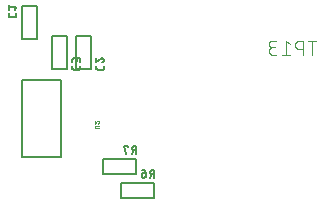
<source format=gbr>
G04 EAGLE Gerber X2 export*
%TF.Part,Single*%
%TF.FileFunction,Legend,Bot,1*%
%TF.FilePolarity,Positive*%
%TF.GenerationSoftware,Autodesk,EAGLE,8.7.0*%
%TF.CreationDate,2021-03-05T05:11:20Z*%
G75*
%MOMM*%
%FSLAX34Y34*%
%LPD*%
%AMOC8*
5,1,8,0,0,1.08239X$1,22.5*%
G01*
%ADD10C,0.203200*%
%ADD11C,0.152400*%
%ADD12C,0.025400*%
%ADD13C,0.101600*%


D10*
X85090Y232410D02*
X85090Y204470D01*
X97790Y204470D01*
X97790Y232410D01*
X85090Y232410D01*
D11*
X73914Y226053D02*
X73914Y224585D01*
X73916Y224511D01*
X73922Y224436D01*
X73931Y224363D01*
X73944Y224289D01*
X73961Y224217D01*
X73981Y224146D01*
X74005Y224075D01*
X74033Y224006D01*
X74064Y223939D01*
X74098Y223873D01*
X74136Y223808D01*
X74177Y223746D01*
X74221Y223686D01*
X74268Y223629D01*
X74318Y223574D01*
X74371Y223521D01*
X74426Y223471D01*
X74483Y223424D01*
X74543Y223380D01*
X74605Y223339D01*
X74670Y223301D01*
X74736Y223267D01*
X74803Y223236D01*
X74872Y223208D01*
X74943Y223184D01*
X75014Y223164D01*
X75086Y223147D01*
X75160Y223134D01*
X75233Y223125D01*
X75308Y223119D01*
X75382Y223117D01*
X75382Y223118D02*
X79050Y223118D01*
X79050Y223117D02*
X79124Y223119D01*
X79199Y223125D01*
X79272Y223134D01*
X79346Y223147D01*
X79418Y223164D01*
X79489Y223184D01*
X79560Y223208D01*
X79629Y223236D01*
X79696Y223267D01*
X79762Y223301D01*
X79827Y223339D01*
X79889Y223380D01*
X79949Y223424D01*
X80006Y223471D01*
X80061Y223521D01*
X80114Y223574D01*
X80164Y223629D01*
X80211Y223686D01*
X80255Y223746D01*
X80296Y223808D01*
X80334Y223873D01*
X80368Y223938D01*
X80399Y224006D01*
X80427Y224075D01*
X80451Y224146D01*
X80471Y224217D01*
X80488Y224289D01*
X80501Y224363D01*
X80510Y224436D01*
X80516Y224511D01*
X80518Y224585D01*
X80518Y226053D01*
X79050Y229249D02*
X80518Y231084D01*
X73914Y231084D01*
X73914Y232918D02*
X73914Y229249D01*
D10*
X143510Y207010D02*
X143510Y179070D01*
X143510Y207010D02*
X130810Y207010D01*
X130810Y179070D01*
X143510Y179070D01*
D11*
X148082Y180030D02*
X148082Y181497D01*
X148082Y180030D02*
X148084Y179956D01*
X148090Y179881D01*
X148099Y179808D01*
X148112Y179734D01*
X148129Y179662D01*
X148149Y179591D01*
X148173Y179520D01*
X148201Y179451D01*
X148232Y179384D01*
X148266Y179318D01*
X148304Y179253D01*
X148345Y179191D01*
X148389Y179131D01*
X148436Y179074D01*
X148486Y179019D01*
X148539Y178966D01*
X148594Y178916D01*
X148651Y178869D01*
X148711Y178825D01*
X148773Y178784D01*
X148838Y178746D01*
X148904Y178712D01*
X148971Y178681D01*
X149040Y178653D01*
X149111Y178629D01*
X149182Y178609D01*
X149254Y178592D01*
X149328Y178579D01*
X149401Y178570D01*
X149476Y178564D01*
X149550Y178562D01*
X153218Y178562D01*
X153292Y178564D01*
X153367Y178570D01*
X153440Y178579D01*
X153514Y178592D01*
X153586Y178609D01*
X153657Y178629D01*
X153728Y178653D01*
X153797Y178681D01*
X153864Y178712D01*
X153930Y178746D01*
X153995Y178784D01*
X154057Y178825D01*
X154117Y178869D01*
X154174Y178916D01*
X154229Y178966D01*
X154282Y179019D01*
X154332Y179074D01*
X154379Y179131D01*
X154423Y179191D01*
X154464Y179253D01*
X154502Y179318D01*
X154536Y179383D01*
X154567Y179451D01*
X154595Y179520D01*
X154619Y179591D01*
X154639Y179662D01*
X154656Y179734D01*
X154669Y179808D01*
X154678Y179881D01*
X154684Y179956D01*
X154686Y180030D01*
X154686Y181497D01*
X154686Y186711D02*
X154684Y186790D01*
X154679Y186868D01*
X154669Y186946D01*
X154656Y187023D01*
X154639Y187100D01*
X154619Y187176D01*
X154595Y187251D01*
X154568Y187325D01*
X154537Y187397D01*
X154502Y187468D01*
X154465Y187537D01*
X154424Y187604D01*
X154380Y187669D01*
X154333Y187732D01*
X154283Y187792D01*
X154230Y187850D01*
X154174Y187906D01*
X154116Y187959D01*
X154056Y188009D01*
X153993Y188056D01*
X153928Y188100D01*
X153861Y188141D01*
X153792Y188178D01*
X153721Y188213D01*
X153649Y188244D01*
X153575Y188271D01*
X153500Y188295D01*
X153424Y188315D01*
X153347Y188332D01*
X153270Y188345D01*
X153192Y188355D01*
X153114Y188360D01*
X153035Y188362D01*
X154686Y186711D02*
X154684Y186622D01*
X154679Y186533D01*
X154669Y186445D01*
X154656Y186357D01*
X154640Y186270D01*
X154619Y186183D01*
X154595Y186098D01*
X154568Y186013D01*
X154537Y185930D01*
X154502Y185848D01*
X154464Y185767D01*
X154423Y185688D01*
X154379Y185612D01*
X154331Y185536D01*
X154280Y185463D01*
X154227Y185393D01*
X154170Y185324D01*
X154110Y185258D01*
X154048Y185195D01*
X153983Y185134D01*
X153916Y185076D01*
X153846Y185021D01*
X153774Y184968D01*
X153700Y184919D01*
X153624Y184873D01*
X153546Y184831D01*
X153466Y184791D01*
X153385Y184755D01*
X153302Y184722D01*
X153218Y184693D01*
X151751Y187812D02*
X151807Y187868D01*
X151866Y187922D01*
X151927Y187973D01*
X151991Y188022D01*
X152056Y188067D01*
X152124Y188110D01*
X152193Y188149D01*
X152264Y188186D01*
X152337Y188219D01*
X152411Y188248D01*
X152486Y188275D01*
X152562Y188298D01*
X152640Y188317D01*
X152718Y188333D01*
X152796Y188346D01*
X152876Y188355D01*
X152955Y188360D01*
X153035Y188362D01*
X151751Y187812D02*
X148082Y184694D01*
X148082Y188362D01*
D10*
X123190Y179070D02*
X123190Y207010D01*
X110490Y207010D01*
X110490Y179070D01*
X123190Y179070D01*
D11*
X127762Y180030D02*
X127762Y181497D01*
X127762Y180030D02*
X127764Y179956D01*
X127770Y179881D01*
X127779Y179808D01*
X127792Y179734D01*
X127809Y179662D01*
X127829Y179591D01*
X127853Y179520D01*
X127881Y179451D01*
X127912Y179384D01*
X127946Y179318D01*
X127984Y179253D01*
X128025Y179191D01*
X128069Y179131D01*
X128116Y179074D01*
X128166Y179019D01*
X128219Y178966D01*
X128274Y178916D01*
X128331Y178869D01*
X128391Y178825D01*
X128453Y178784D01*
X128518Y178746D01*
X128584Y178712D01*
X128651Y178681D01*
X128720Y178653D01*
X128791Y178629D01*
X128862Y178609D01*
X128934Y178592D01*
X129008Y178579D01*
X129081Y178570D01*
X129156Y178564D01*
X129230Y178562D01*
X132898Y178562D01*
X132972Y178564D01*
X133047Y178570D01*
X133120Y178579D01*
X133194Y178592D01*
X133266Y178609D01*
X133337Y178629D01*
X133408Y178653D01*
X133477Y178681D01*
X133544Y178712D01*
X133610Y178746D01*
X133675Y178784D01*
X133737Y178825D01*
X133797Y178869D01*
X133854Y178916D01*
X133909Y178966D01*
X133962Y179019D01*
X134012Y179074D01*
X134059Y179131D01*
X134103Y179191D01*
X134144Y179253D01*
X134182Y179318D01*
X134216Y179383D01*
X134247Y179451D01*
X134275Y179520D01*
X134299Y179591D01*
X134319Y179662D01*
X134336Y179734D01*
X134349Y179808D01*
X134358Y179881D01*
X134364Y179956D01*
X134366Y180030D01*
X134366Y181497D01*
X127762Y184694D02*
X127762Y186528D01*
X127764Y186613D01*
X127770Y186697D01*
X127780Y186781D01*
X127793Y186865D01*
X127811Y186948D01*
X127832Y187030D01*
X127857Y187111D01*
X127886Y187191D01*
X127918Y187269D01*
X127954Y187345D01*
X127994Y187420D01*
X128037Y187493D01*
X128083Y187564D01*
X128132Y187633D01*
X128185Y187700D01*
X128241Y187764D01*
X128299Y187825D01*
X128360Y187883D01*
X128424Y187939D01*
X128491Y187992D01*
X128560Y188041D01*
X128631Y188087D01*
X128704Y188130D01*
X128779Y188170D01*
X128855Y188206D01*
X128933Y188238D01*
X129013Y188267D01*
X129094Y188292D01*
X129176Y188313D01*
X129259Y188331D01*
X129343Y188344D01*
X129427Y188354D01*
X129511Y188360D01*
X129596Y188362D01*
X129681Y188360D01*
X129765Y188354D01*
X129849Y188344D01*
X129933Y188331D01*
X130016Y188313D01*
X130098Y188292D01*
X130179Y188267D01*
X130259Y188238D01*
X130337Y188206D01*
X130413Y188170D01*
X130488Y188130D01*
X130561Y188087D01*
X130632Y188041D01*
X130701Y187992D01*
X130768Y187939D01*
X130832Y187883D01*
X130893Y187825D01*
X130951Y187764D01*
X131007Y187700D01*
X131060Y187633D01*
X131109Y187564D01*
X131155Y187493D01*
X131198Y187420D01*
X131238Y187345D01*
X131274Y187269D01*
X131306Y187191D01*
X131335Y187111D01*
X131360Y187030D01*
X131381Y186948D01*
X131399Y186865D01*
X131412Y186781D01*
X131422Y186697D01*
X131428Y186613D01*
X131430Y186528D01*
X134366Y186895D02*
X134366Y184694D01*
X134366Y186895D02*
X134364Y186971D01*
X134358Y187046D01*
X134349Y187121D01*
X134335Y187195D01*
X134318Y187269D01*
X134296Y187341D01*
X134272Y187413D01*
X134243Y187483D01*
X134211Y187551D01*
X134176Y187618D01*
X134137Y187683D01*
X134094Y187746D01*
X134049Y187806D01*
X134001Y187864D01*
X133949Y187920D01*
X133895Y187972D01*
X133838Y188022D01*
X133779Y188069D01*
X133718Y188113D01*
X133654Y188154D01*
X133588Y188191D01*
X133520Y188225D01*
X133451Y188255D01*
X133380Y188282D01*
X133308Y188305D01*
X133235Y188324D01*
X133161Y188339D01*
X133086Y188351D01*
X133011Y188359D01*
X132936Y188363D01*
X132860Y188363D01*
X132785Y188359D01*
X132710Y188351D01*
X132635Y188339D01*
X132561Y188324D01*
X132488Y188305D01*
X132416Y188282D01*
X132345Y188255D01*
X132276Y188225D01*
X132208Y188191D01*
X132142Y188154D01*
X132078Y188113D01*
X132017Y188069D01*
X131958Y188022D01*
X131901Y187972D01*
X131847Y187920D01*
X131795Y187864D01*
X131747Y187806D01*
X131702Y187746D01*
X131659Y187683D01*
X131620Y187618D01*
X131585Y187551D01*
X131553Y187483D01*
X131524Y187413D01*
X131500Y187341D01*
X131478Y187269D01*
X131461Y187195D01*
X131447Y187121D01*
X131438Y187046D01*
X131432Y186971D01*
X131430Y186895D01*
X131431Y186895D02*
X131431Y185427D01*
D10*
X168910Y82550D02*
X196850Y82550D01*
X168910Y82550D02*
X168910Y69850D01*
X196850Y69850D01*
X196850Y82550D01*
D11*
X197358Y87122D02*
X197358Y93726D01*
X195524Y93726D01*
X195439Y93724D01*
X195355Y93718D01*
X195271Y93708D01*
X195187Y93695D01*
X195104Y93677D01*
X195022Y93656D01*
X194941Y93631D01*
X194861Y93602D01*
X194783Y93570D01*
X194707Y93534D01*
X194632Y93494D01*
X194559Y93451D01*
X194488Y93405D01*
X194419Y93356D01*
X194352Y93303D01*
X194288Y93247D01*
X194227Y93189D01*
X194169Y93128D01*
X194113Y93064D01*
X194060Y92997D01*
X194011Y92928D01*
X193965Y92857D01*
X193922Y92784D01*
X193882Y92709D01*
X193846Y92633D01*
X193814Y92555D01*
X193785Y92475D01*
X193760Y92394D01*
X193739Y92312D01*
X193721Y92229D01*
X193708Y92145D01*
X193698Y92061D01*
X193692Y91977D01*
X193690Y91892D01*
X193692Y91807D01*
X193698Y91723D01*
X193708Y91639D01*
X193721Y91555D01*
X193739Y91472D01*
X193760Y91390D01*
X193785Y91309D01*
X193814Y91229D01*
X193846Y91151D01*
X193882Y91075D01*
X193922Y91000D01*
X193965Y90927D01*
X194011Y90856D01*
X194060Y90787D01*
X194113Y90720D01*
X194169Y90656D01*
X194227Y90595D01*
X194288Y90537D01*
X194352Y90481D01*
X194419Y90428D01*
X194488Y90379D01*
X194559Y90333D01*
X194632Y90290D01*
X194707Y90250D01*
X194783Y90214D01*
X194861Y90182D01*
X194941Y90153D01*
X195022Y90128D01*
X195104Y90107D01*
X195187Y90089D01*
X195271Y90076D01*
X195355Y90066D01*
X195439Y90060D01*
X195524Y90058D01*
X195524Y90057D02*
X197358Y90057D01*
X195157Y90057D02*
X193689Y87122D01*
X190122Y90791D02*
X187920Y90791D01*
X187846Y90789D01*
X187771Y90783D01*
X187698Y90774D01*
X187624Y90761D01*
X187552Y90744D01*
X187481Y90724D01*
X187410Y90700D01*
X187341Y90672D01*
X187274Y90641D01*
X187208Y90607D01*
X187143Y90569D01*
X187081Y90528D01*
X187021Y90484D01*
X186964Y90437D01*
X186909Y90387D01*
X186856Y90334D01*
X186806Y90279D01*
X186759Y90222D01*
X186715Y90162D01*
X186674Y90100D01*
X186636Y90035D01*
X186602Y89969D01*
X186571Y89902D01*
X186543Y89833D01*
X186519Y89762D01*
X186499Y89691D01*
X186482Y89619D01*
X186469Y89545D01*
X186460Y89472D01*
X186454Y89397D01*
X186452Y89323D01*
X186453Y89323D02*
X186453Y88956D01*
X186455Y88871D01*
X186461Y88787D01*
X186471Y88703D01*
X186484Y88619D01*
X186502Y88536D01*
X186523Y88454D01*
X186548Y88373D01*
X186577Y88293D01*
X186609Y88215D01*
X186645Y88139D01*
X186685Y88064D01*
X186728Y87991D01*
X186774Y87920D01*
X186823Y87851D01*
X186876Y87784D01*
X186932Y87720D01*
X186990Y87659D01*
X187051Y87601D01*
X187115Y87545D01*
X187182Y87492D01*
X187251Y87443D01*
X187322Y87397D01*
X187395Y87354D01*
X187470Y87314D01*
X187546Y87278D01*
X187624Y87246D01*
X187704Y87217D01*
X187785Y87192D01*
X187867Y87171D01*
X187950Y87153D01*
X188034Y87140D01*
X188118Y87130D01*
X188202Y87124D01*
X188287Y87122D01*
X188372Y87124D01*
X188456Y87130D01*
X188540Y87140D01*
X188624Y87153D01*
X188707Y87171D01*
X188789Y87192D01*
X188870Y87217D01*
X188950Y87246D01*
X189028Y87278D01*
X189104Y87314D01*
X189179Y87354D01*
X189252Y87397D01*
X189323Y87443D01*
X189392Y87492D01*
X189459Y87545D01*
X189523Y87601D01*
X189584Y87659D01*
X189642Y87720D01*
X189698Y87784D01*
X189751Y87851D01*
X189800Y87920D01*
X189846Y87991D01*
X189889Y88064D01*
X189929Y88139D01*
X189965Y88215D01*
X189997Y88293D01*
X190026Y88373D01*
X190051Y88454D01*
X190072Y88536D01*
X190090Y88619D01*
X190103Y88703D01*
X190113Y88787D01*
X190119Y88871D01*
X190121Y88956D01*
X190122Y88956D02*
X190122Y90791D01*
X190121Y90791D02*
X190119Y90898D01*
X190113Y91005D01*
X190103Y91112D01*
X190090Y91218D01*
X190072Y91324D01*
X190051Y91429D01*
X190026Y91533D01*
X189997Y91637D01*
X189964Y91739D01*
X189927Y91839D01*
X189887Y91939D01*
X189843Y92037D01*
X189796Y92133D01*
X189745Y92227D01*
X189691Y92320D01*
X189634Y92410D01*
X189573Y92499D01*
X189509Y92585D01*
X189442Y92668D01*
X189372Y92750D01*
X189299Y92828D01*
X189223Y92904D01*
X189145Y92977D01*
X189063Y93047D01*
X188980Y93114D01*
X188894Y93178D01*
X188805Y93239D01*
X188715Y93296D01*
X188622Y93350D01*
X188528Y93401D01*
X188432Y93448D01*
X188334Y93492D01*
X188235Y93532D01*
X188134Y93569D01*
X188032Y93602D01*
X187928Y93631D01*
X187824Y93656D01*
X187719Y93677D01*
X187613Y93695D01*
X187507Y93708D01*
X187400Y93718D01*
X187293Y93724D01*
X187186Y93726D01*
D10*
X181610Y102870D02*
X153670Y102870D01*
X153670Y90170D01*
X181610Y90170D01*
X181610Y102870D01*
D11*
X182118Y107442D02*
X182118Y114046D01*
X180284Y114046D01*
X180199Y114044D01*
X180115Y114038D01*
X180031Y114028D01*
X179947Y114015D01*
X179864Y113997D01*
X179782Y113976D01*
X179701Y113951D01*
X179621Y113922D01*
X179543Y113890D01*
X179467Y113854D01*
X179392Y113814D01*
X179319Y113771D01*
X179248Y113725D01*
X179179Y113676D01*
X179112Y113623D01*
X179048Y113567D01*
X178987Y113509D01*
X178929Y113448D01*
X178873Y113384D01*
X178820Y113317D01*
X178771Y113248D01*
X178725Y113177D01*
X178682Y113104D01*
X178642Y113029D01*
X178606Y112953D01*
X178574Y112875D01*
X178545Y112795D01*
X178520Y112714D01*
X178499Y112632D01*
X178481Y112549D01*
X178468Y112465D01*
X178458Y112381D01*
X178452Y112297D01*
X178450Y112212D01*
X178452Y112127D01*
X178458Y112043D01*
X178468Y111959D01*
X178481Y111875D01*
X178499Y111792D01*
X178520Y111710D01*
X178545Y111629D01*
X178574Y111549D01*
X178606Y111471D01*
X178642Y111395D01*
X178682Y111320D01*
X178725Y111247D01*
X178771Y111176D01*
X178820Y111107D01*
X178873Y111040D01*
X178929Y110976D01*
X178987Y110915D01*
X179048Y110857D01*
X179112Y110801D01*
X179179Y110748D01*
X179248Y110699D01*
X179319Y110653D01*
X179392Y110610D01*
X179467Y110570D01*
X179543Y110534D01*
X179621Y110502D01*
X179701Y110473D01*
X179782Y110448D01*
X179864Y110427D01*
X179947Y110409D01*
X180031Y110396D01*
X180115Y110386D01*
X180199Y110380D01*
X180284Y110378D01*
X180284Y110377D02*
X182118Y110377D01*
X179917Y110377D02*
X178449Y107442D01*
X174882Y113312D02*
X174882Y114046D01*
X171213Y114046D01*
X173047Y107442D01*
D10*
X118110Y169926D02*
X85090Y169926D01*
X85090Y104394D01*
X118110Y104394D01*
X118110Y169926D01*
D12*
X147870Y129032D02*
X150622Y129032D01*
X147870Y129032D02*
X147806Y129034D01*
X147742Y129040D01*
X147679Y129049D01*
X147617Y129063D01*
X147555Y129080D01*
X147495Y129101D01*
X147436Y129125D01*
X147378Y129153D01*
X147323Y129185D01*
X147269Y129219D01*
X147218Y129257D01*
X147168Y129298D01*
X147122Y129342D01*
X147078Y129388D01*
X147037Y129438D01*
X146999Y129489D01*
X146965Y129543D01*
X146933Y129598D01*
X146905Y129656D01*
X146881Y129715D01*
X146860Y129775D01*
X146843Y129837D01*
X146829Y129899D01*
X146820Y129962D01*
X146814Y130026D01*
X146812Y130090D01*
X146814Y130154D01*
X146820Y130218D01*
X146829Y130281D01*
X146843Y130343D01*
X146860Y130405D01*
X146881Y130465D01*
X146905Y130524D01*
X146933Y130582D01*
X146965Y130637D01*
X146999Y130691D01*
X147037Y130742D01*
X147078Y130792D01*
X147122Y130838D01*
X147168Y130882D01*
X147218Y130923D01*
X147269Y130961D01*
X147323Y130995D01*
X147378Y131027D01*
X147436Y131055D01*
X147495Y131079D01*
X147555Y131100D01*
X147617Y131117D01*
X147679Y131131D01*
X147742Y131140D01*
X147806Y131146D01*
X147870Y131148D01*
X147870Y131149D02*
X150622Y131149D01*
X150623Y133976D02*
X150621Y134036D01*
X150615Y134095D01*
X150606Y134155D01*
X150593Y134213D01*
X150576Y134270D01*
X150556Y134327D01*
X150532Y134382D01*
X150505Y134435D01*
X150475Y134487D01*
X150441Y134536D01*
X150404Y134583D01*
X150365Y134628D01*
X150322Y134671D01*
X150277Y134710D01*
X150230Y134747D01*
X150181Y134781D01*
X150129Y134811D01*
X150076Y134838D01*
X150021Y134862D01*
X149964Y134882D01*
X149907Y134899D01*
X149849Y134912D01*
X149789Y134921D01*
X149730Y134927D01*
X149670Y134929D01*
X150622Y133976D02*
X150620Y133909D01*
X150615Y133842D01*
X150606Y133776D01*
X150593Y133710D01*
X150577Y133646D01*
X150557Y133582D01*
X150533Y133519D01*
X150507Y133457D01*
X150477Y133398D01*
X150444Y133340D01*
X150407Y133283D01*
X150368Y133229D01*
X150326Y133177D01*
X150281Y133128D01*
X150233Y133081D01*
X150183Y133037D01*
X150130Y132995D01*
X150075Y132957D01*
X150019Y132921D01*
X149960Y132889D01*
X149900Y132860D01*
X149838Y132834D01*
X149775Y132812D01*
X148929Y134611D02*
X148971Y134652D01*
X149016Y134691D01*
X149062Y134728D01*
X149111Y134762D01*
X149161Y134793D01*
X149213Y134820D01*
X149267Y134845D01*
X149322Y134867D01*
X149378Y134886D01*
X149435Y134901D01*
X149493Y134913D01*
X149552Y134921D01*
X149611Y134926D01*
X149670Y134928D01*
X148929Y134611D02*
X146812Y132812D01*
X146812Y134928D01*
D13*
X330906Y190889D02*
X330906Y202573D01*
X327661Y202573D02*
X334152Y202573D01*
X322934Y202573D02*
X322934Y190889D01*
X322934Y202573D02*
X319688Y202573D01*
X319575Y202571D01*
X319462Y202565D01*
X319349Y202555D01*
X319236Y202541D01*
X319124Y202524D01*
X319013Y202502D01*
X318903Y202477D01*
X318793Y202447D01*
X318685Y202414D01*
X318578Y202377D01*
X318472Y202337D01*
X318368Y202292D01*
X318265Y202244D01*
X318164Y202193D01*
X318065Y202138D01*
X317968Y202080D01*
X317873Y202018D01*
X317780Y201953D01*
X317690Y201885D01*
X317602Y201814D01*
X317516Y201739D01*
X317433Y201662D01*
X317353Y201582D01*
X317276Y201499D01*
X317201Y201413D01*
X317130Y201325D01*
X317062Y201235D01*
X316997Y201142D01*
X316935Y201047D01*
X316877Y200950D01*
X316822Y200851D01*
X316771Y200750D01*
X316723Y200647D01*
X316678Y200543D01*
X316638Y200437D01*
X316601Y200330D01*
X316568Y200222D01*
X316538Y200112D01*
X316513Y200002D01*
X316491Y199891D01*
X316474Y199779D01*
X316460Y199666D01*
X316450Y199553D01*
X316444Y199440D01*
X316442Y199327D01*
X316444Y199214D01*
X316450Y199101D01*
X316460Y198988D01*
X316474Y198875D01*
X316491Y198763D01*
X316513Y198652D01*
X316538Y198542D01*
X316568Y198432D01*
X316601Y198324D01*
X316638Y198217D01*
X316678Y198111D01*
X316723Y198007D01*
X316771Y197904D01*
X316822Y197803D01*
X316877Y197704D01*
X316935Y197607D01*
X316997Y197512D01*
X317062Y197419D01*
X317130Y197329D01*
X317201Y197241D01*
X317276Y197155D01*
X317353Y197072D01*
X317433Y196992D01*
X317516Y196915D01*
X317602Y196840D01*
X317690Y196769D01*
X317780Y196701D01*
X317873Y196636D01*
X317968Y196574D01*
X318065Y196516D01*
X318164Y196461D01*
X318265Y196410D01*
X318368Y196362D01*
X318472Y196317D01*
X318578Y196277D01*
X318685Y196240D01*
X318793Y196207D01*
X318903Y196177D01*
X319013Y196152D01*
X319124Y196130D01*
X319236Y196113D01*
X319349Y196099D01*
X319462Y196089D01*
X319575Y196083D01*
X319688Y196081D01*
X319688Y196082D02*
X322934Y196082D01*
X312054Y199977D02*
X308809Y202573D01*
X308809Y190889D01*
X312054Y190889D02*
X305563Y190889D01*
X300624Y190889D02*
X297379Y190889D01*
X297266Y190891D01*
X297153Y190897D01*
X297040Y190907D01*
X296927Y190921D01*
X296815Y190938D01*
X296704Y190960D01*
X296594Y190985D01*
X296484Y191015D01*
X296376Y191048D01*
X296269Y191085D01*
X296163Y191125D01*
X296059Y191170D01*
X295956Y191218D01*
X295855Y191269D01*
X295756Y191324D01*
X295659Y191382D01*
X295564Y191444D01*
X295471Y191509D01*
X295381Y191577D01*
X295293Y191648D01*
X295207Y191723D01*
X295124Y191800D01*
X295044Y191880D01*
X294967Y191963D01*
X294892Y192049D01*
X294821Y192137D01*
X294753Y192227D01*
X294688Y192320D01*
X294626Y192415D01*
X294568Y192512D01*
X294513Y192611D01*
X294462Y192712D01*
X294414Y192815D01*
X294369Y192919D01*
X294329Y193025D01*
X294292Y193132D01*
X294259Y193240D01*
X294229Y193350D01*
X294204Y193460D01*
X294182Y193571D01*
X294165Y193683D01*
X294151Y193796D01*
X294141Y193909D01*
X294135Y194022D01*
X294133Y194135D01*
X294135Y194248D01*
X294141Y194361D01*
X294151Y194474D01*
X294165Y194587D01*
X294182Y194699D01*
X294204Y194810D01*
X294229Y194920D01*
X294259Y195030D01*
X294292Y195138D01*
X294329Y195245D01*
X294369Y195351D01*
X294414Y195455D01*
X294462Y195558D01*
X294513Y195659D01*
X294568Y195758D01*
X294626Y195855D01*
X294688Y195950D01*
X294753Y196043D01*
X294821Y196133D01*
X294892Y196221D01*
X294967Y196307D01*
X295044Y196390D01*
X295124Y196470D01*
X295207Y196547D01*
X295293Y196622D01*
X295381Y196693D01*
X295471Y196761D01*
X295564Y196826D01*
X295659Y196888D01*
X295756Y196946D01*
X295855Y197001D01*
X295956Y197052D01*
X296059Y197100D01*
X296163Y197145D01*
X296269Y197185D01*
X296376Y197222D01*
X296484Y197255D01*
X296594Y197285D01*
X296704Y197310D01*
X296815Y197332D01*
X296927Y197349D01*
X297040Y197363D01*
X297153Y197373D01*
X297266Y197379D01*
X297379Y197381D01*
X296729Y202573D02*
X300624Y202573D01*
X296729Y202573D02*
X296628Y202571D01*
X296528Y202565D01*
X296428Y202555D01*
X296328Y202542D01*
X296229Y202524D01*
X296130Y202503D01*
X296033Y202478D01*
X295936Y202449D01*
X295841Y202416D01*
X295747Y202380D01*
X295655Y202340D01*
X295564Y202297D01*
X295475Y202250D01*
X295388Y202200D01*
X295302Y202146D01*
X295219Y202089D01*
X295139Y202029D01*
X295060Y201966D01*
X294984Y201899D01*
X294911Y201830D01*
X294841Y201758D01*
X294773Y201684D01*
X294708Y201607D01*
X294647Y201527D01*
X294588Y201445D01*
X294533Y201361D01*
X294481Y201275D01*
X294432Y201187D01*
X294387Y201097D01*
X294345Y201005D01*
X294307Y200912D01*
X294273Y200817D01*
X294242Y200722D01*
X294215Y200625D01*
X294192Y200527D01*
X294172Y200428D01*
X294157Y200328D01*
X294145Y200228D01*
X294137Y200128D01*
X294133Y200027D01*
X294133Y199927D01*
X294137Y199826D01*
X294145Y199726D01*
X294157Y199626D01*
X294172Y199526D01*
X294192Y199427D01*
X294215Y199329D01*
X294242Y199232D01*
X294273Y199137D01*
X294307Y199042D01*
X294345Y198949D01*
X294387Y198857D01*
X294432Y198767D01*
X294481Y198679D01*
X294533Y198593D01*
X294588Y198509D01*
X294647Y198427D01*
X294708Y198347D01*
X294773Y198270D01*
X294841Y198196D01*
X294911Y198124D01*
X294984Y198055D01*
X295060Y197988D01*
X295139Y197925D01*
X295219Y197865D01*
X295302Y197808D01*
X295388Y197754D01*
X295475Y197704D01*
X295564Y197657D01*
X295655Y197614D01*
X295747Y197574D01*
X295841Y197538D01*
X295936Y197505D01*
X296033Y197476D01*
X296130Y197451D01*
X296229Y197430D01*
X296328Y197412D01*
X296428Y197399D01*
X296528Y197389D01*
X296628Y197383D01*
X296729Y197381D01*
X296729Y197380D02*
X299326Y197380D01*
M02*

</source>
